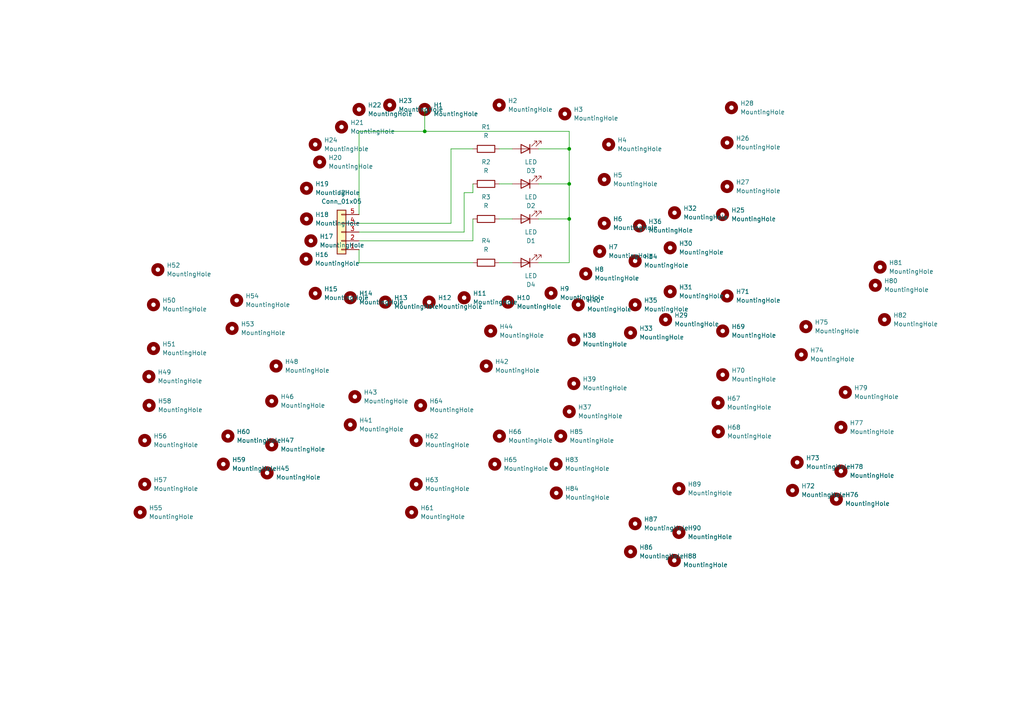
<source format=kicad_sch>
(kicad_sch (version 20230121) (generator eeschema)
  (paper "A4")
  (lib_symbols
    (symbol "Connector_Generic:Conn_01x05" (pin_names (offset 1.016) hide)
      (property "Reference" "J" (at 0 7.62 0))
      (property "Value" "Conn_01x05" (at 0 -7.62 0))
      (symbol "Conn_01x05_1_1"
        (rectangle (start -1.27 -4.953) (end 0 -5.207) (stroke (width 0.1524)))
        (rectangle (start -1.27 -2.413) (end 0 -2.667) (stroke (width 0.1524)))
        (rectangle (start -1.27 0.127) (end 0 -0.127) (stroke (width 0.1524)))
        (rectangle (start -1.27 2.667) (end 0 2.413) (stroke (width 0.1524)))
        (rectangle (start -1.27 5.207) (end 0 4.953) (stroke (width 0.1524)))
        (rectangle (start -1.27 6.35) (end 1.27 -6.35) (stroke (width 0.254)) (fill (type background)))
        (pin passive line (at -5.08 5.08 0) (length 3.81) (name "Pin_1") (number "1"))
        (pin passive line (at -5.08 2.54 0) (length 3.81) (name "Pin_2") (number "2"))
        (pin passive line (at -5.08 0 0) (length 3.81) (name "Pin_3") (number "3"))
        (pin passive line (at -5.08 -2.54 0) (length 3.81) (name "Pin_4") (number "4"))
        (pin passive line (at -5.08 -5.08 0) (length 3.81) (name "Pin_5") (number "5"))
      )
    )
    (symbol "Device:LED" (pin_numbers hide) (pin_names (offset 1.016) hide)
      (property "Reference" "D" (at 0 2.54 0))
      (property "Value" "LED" (at 0 -2.54 0))
      (symbol "LED_0_1"
        (polyline (pts (xy -1.27 -1.27) (xy -1.27 1.27)) (stroke (width 0.254)))
        (polyline (pts (xy -1.27 0) (xy 1.27 0)))
        (polyline (pts (xy 1.27 -1.27) (xy 1.27 1.27) (xy -1.27 0) (xy 1.27 -1.27)) (stroke (width 0.254)))
        (polyline (pts (xy -3.048 -0.762) (xy -4.572 -2.286) (xy -3.81 -2.286) (xy -4.572 -2.286) (xy -4.572 -1.524)))
        (polyline (pts (xy -1.778 -0.762) (xy -3.302 -2.286) (xy -2.54 -2.286) (xy -3.302 -2.286) (xy -3.302 -1.524)))
      )
      (symbol "LED_1_1"
        (pin passive line (at -3.81 0 0) (length 2.54) (name "K") (number "1"))
        (pin passive line (at 3.81 0 180) (length 2.54) (name "A") (number "2"))
      )
    )
    (symbol "Device:R" (pin_numbers hide) (pin_names (offset 0))
      (property "Reference" "R" (at 2.032 0 90))
      (property "Value" "R" (at 0 0 90))
      (symbol "R_0_1"
        (rectangle (start -1.016 -2.54) (end 1.016 2.54) (stroke (width 0.254)))
      )
      (symbol "R_1_1"
        (pin passive line (at 0 3.81 270) (length 1.27) (name "~") (number "1"))
        (pin passive line (at 0 -3.81 90) (length 1.27) (name "~") (number "2"))
      )
    )
    (symbol "Mechanical:MountingHole" (pin_names (offset 1.016))
      (property "Reference" "H" (at 0 5.08 0))
      (property "Value" "MountingHole" (at 0 3.175 0))
      (symbol "MountingHole_0_1"
        (circle (center 0 0) (radius 1.27) (stroke (width 1.27)))
      )
    )
  )
  (junction (at 123.19 38.1))
  (junction (at 165.1 43.18))
  (junction (at 165.1 53.34))
  (junction (at 165.1 63.5))
  (wire (pts (xy 144.78 43.18) (xy 148.59 43.18)))
  (wire (pts (xy 156.21 53.34) (xy 165.1 53.34)))
  (wire (pts (xy 144.78 53.34) (xy 148.59 53.34)))
  (wire (pts (xy 137.16 76.2) (xy 104.14 76.2)))
  (wire (pts (xy 137.16 55.88) (xy 134.62 55.88)))
  (wire (pts (xy 104.14 38.1) (xy 104.14 62.23)))
  (wire (pts (xy 104.14 69.85) (xy 137.16 69.85)))
  (wire (pts (xy 165.1 53.34) (xy 165.1 63.5)))
  (wire (pts (xy 137.16 43.18) (xy 130.81 43.18)))
  (wire (pts (xy 130.81 43.18) (xy 130.81 64.77)))
  (wire (pts (xy 165.1 43.18) (xy 165.1 53.34)))
  (wire (pts (xy 134.62 55.88) (xy 134.62 67.31)))
  (wire (pts (xy 104.14 38.1) (xy 123.19 38.1)))
  (wire (pts (xy 104.14 64.77) (xy 130.81 64.77)))
  (wire (pts (xy 165.1 76.2) (xy 165.1 63.5)))
  (wire (pts (xy 144.78 63.5) (xy 148.59 63.5)))
  (wire (pts (xy 156.21 43.18) (xy 165.1 43.18)))
  (wire (pts (xy 123.19 38.1) (xy 165.1 38.1)))
  (wire (pts (xy 123.19 31.75) (xy 123.19 38.1)))
  (wire (pts (xy 165.1 38.1) (xy 165.1 43.18)))
  (wire (pts (xy 104.14 76.2) (xy 104.14 72.39)))
  (wire (pts (xy 137.16 69.85) (xy 137.16 63.5)))
  (wire (pts (xy 137.16 55.88) (xy 137.16 53.34)))
  (wire (pts (xy 144.78 76.2) (xy 148.59 76.2)))
  (wire (pts (xy 156.21 76.2) (xy 165.1 76.2)))
  (wire (pts (xy 165.1 63.5) (xy 156.21 63.5)))
  (wire (pts (xy 104.14 67.31) (xy 134.62 67.31)))
  (symbol (lib_id "Mechanical:MountingHole") (at 210.8855 85.8442 0) (unit 1)
    (property "Reference" "H71" (at 213.4255 84.5742 0) (effects (justify left)))
    (property "Value" "MountingHole" (at 213.4255 87.1142 0) (effects (justify left)))
    (property "Footprint" "MountingHole:MountingHole_2.2mm_M2" (effects hide))
  )
  (symbol (lib_id "Mechanical:MountingHole") (at 166.4355 111.2442 0) (unit 1)
    (property "Reference" "H39" (at 168.9755 109.9742 0) (effects (justify left)))
    (property "Value" "MountingHole" (at 168.9755 112.5142 0) (effects (justify left)))
    (property "Footprint" "MountingHole:MountingHole_2.2mm_M2" (effects hide))
  )
  (symbol (lib_id "Mechanical:MountingHole") (at 256.54 92.71 0) (unit 1)
    (property "Reference" "H82" (at 259.08 91.44 0) (effects (justify left)))
    (property "Value" "MountingHole" (at 259.08 93.98 0) (effects (justify left)))
    (property "Footprint" "MountingHole:MountingHole_2.2mm_M2" (effects hide))
  )
  (symbol (lib_id "Mechanical:MountingHole") (at 142.3055 96.0042 0) (unit 1)
    (property "Reference" "H44" (at 144.8455 94.7342 0) (effects (justify left)))
    (property "Value" "MountingHole" (at 144.8455 97.2742 0) (effects (justify left)))
    (property "Footprint" "MountingHole:MountingHole_2.2mm_M2" (effects hide))
  )
  (symbol (lib_id "Mechanical:MountingHole") (at 111.76 87.63 0) (unit 1)
    (property "Reference" "H13" (at 114.3 86.36 0) (effects (justify left)))
    (property "Value" "MountingHole" (at 114.3 88.9 0) (effects (justify left)))
    (property "Footprint" "MountingHole:MountingHole_2.2mm_M2" (effects hide))
  )
  (symbol (lib_id "Mechanical:MountingHole") (at 233.7455 94.7342 0) (unit 1)
    (property "Reference" "H75" (at 236.2855 93.4642 0) (effects (justify left)))
    (property "Value" "MountingHole" (at 236.2855 96.0042 0) (effects (justify left)))
    (property "Footprint" "MountingHole:MountingHole_2.2mm_M2" (effects hide))
  )
  (symbol (lib_id "Mechanical:MountingHole") (at 194.3755 71.8742 0) (unit 1)
    (property "Reference" "H30" (at 196.9155 70.6042 0) (effects (justify left)))
    (property "Value" "MountingHole" (at 196.9155 73.1442 0) (effects (justify left)))
    (property "Footprint" "MountingHole:MountingHole_2.2mm_M2" (effects hide))
  )
  (symbol (lib_id "Mechanical:MountingHole") (at 124.46 87.63 0) (unit 1)
    (property "Reference" "H12" (at 127 86.36 0) (effects (justify left)))
    (property "Value" "MountingHole" (at 127 88.9 0) (effects (justify left)))
    (property "Footprint" "MountingHole:MountingHole_2.2mm_M2" (effects hide))
  )
  (symbol (lib_id "Mechanical:MountingHole") (at 120.7155 140.4542 0) (unit 1)
    (property "Reference" "H63" (at 123.2555 139.1842 0) (effects (justify left)))
    (property "Value" "MountingHole" (at 123.2555 141.7242 0) (effects (justify left)))
    (property "Footprint" "MountingHole:MountingHole_2.2mm_M2" (effects hide))
  )
  (symbol (lib_id "Mechanical:MountingHole") (at 101.6 86.36 0) (unit 1)
    (property "Reference" "H14" (at 104.14 85.09 0) (effects (justify left)))
    (property "Value" "MountingHole" (at 104.14 87.63 0) (effects (justify left)))
    (property "Footprint" "MountingHole:MountingHole_2.2mm_M2" (effects hide))
  )
  (symbol (lib_id "Mechanical:MountingHole") (at 210.8855 41.3942 0) (unit 1)
    (property "Reference" "H26" (at 213.4255 40.1242 0) (effects (justify left)))
    (property "Value" "MountingHole" (at 213.4255 42.6642 0) (effects (justify left)))
    (property "Footprint" "MountingHole:MountingHole_2.2mm_M2" (effects hide))
  )
  (symbol (lib_id "Mechanical:MountingHole") (at 184.2155 88.3842 0) (unit 1)
    (property "Reference" "H35" (at 186.7555 87.1142 0) (effects (justify left)))
    (property "Value" "MountingHole" (at 186.7555 89.6542 0) (effects (justify left)))
    (property "Footprint" "MountingHole:MountingHole_2.2mm_M2" (effects hide))
  )
  (symbol (lib_id "Mechanical:MountingHole") (at 169.8852 79.4004 0) (unit 1)
    (property "Reference" "H8" (at 172.4252 78.1304 0) (effects (justify left)))
    (property "Value" "MountingHole" (at 172.4252 80.6704 0) (effects (justify left)))
    (property "Footprint" "MountingHole:MountingHole_2.2mm_M2" (effects hide))
  )
  (symbol (lib_id "Mechanical:MountingHole") (at 92.71 46.99 0) (unit 1)
    (property "Reference" "H20" (at 95.25 45.72 0) (effects (justify left)))
    (property "Value" "MountingHole" (at 95.25 48.26 0) (effects (justify left)))
    (property "Footprint" "MountingHole:MountingHole_2.2mm_M2" (effects hide))
  )
  (symbol (lib_id "Mechanical:MountingHole") (at 123.19 31.75 0) (unit 1)
    (property "Reference" "H1" (at 125.73 30.48 0) (effects (justify left)))
    (property "Value" "MountingHole" (at 125.73 33.02 0) (effects (justify left)))
    (property "Footprint" "MountingHole:MountingHole_2.2mm_M2" (effects hide))
  )
  (symbol (lib_id "Mechanical:MountingHole") (at 182.88 160.02 0) (unit 1)
    (property "Reference" "H86" (at 185.42 158.75 0) (effects (justify left)))
    (property "Value" "MountingHole" (at 185.42 161.29 0) (effects (justify left)))
    (property "Footprint" "MountingHole:MountingHole_2.2mm_M2" (effects hide))
  )
  (symbol (lib_id "Mechanical:MountingHole") (at 102.9355 115.0542 0) (unit 1)
    (property "Reference" "H43" (at 105.4755 113.7842 0) (effects (justify left)))
    (property "Value" "MountingHole" (at 105.4755 116.3242 0) (effects (justify left)))
    (property "Footprint" "MountingHole:MountingHole_2.2mm_M2" (effects hide))
  )
  (symbol (lib_id "Mechanical:MountingHole") (at 64.77 134.62 0) (unit 1)
    (property "Reference" "H59" (at 67.31 133.35 0) (effects (justify left)))
    (property "Value" "MountingHole" (at 67.31 135.89 0) (effects (justify left)))
    (property "Footprint" "MountingHole:MountingHole_2.2mm_M2" (effects hide))
  )
  (symbol (lib_id "Mechanical:MountingHole") (at 194.3755 84.5742 0) (unit 1)
    (property "Reference" "H31" (at 196.9155 83.3042 0) (effects (justify left)))
    (property "Value" "MountingHole" (at 196.9155 85.8442 0) (effects (justify left)))
    (property "Footprint" "MountingHole:MountingHole_2.2mm_M2" (effects hide))
  )
  (symbol (lib_id "Mechanical:MountingHole") (at 41.9755 140.4542 0) (unit 1)
    (property "Reference" "H57" (at 44.5155 139.1842 0) (effects (justify left)))
    (property "Value" "MountingHole" (at 44.5155 141.7242 0) (effects (justify left)))
    (property "Footprint" "MountingHole:MountingHole_2.2mm_M2" (effects hide))
  )
  (symbol (lib_id "Mechanical:MountingHole") (at 175.26 52.07 0) (unit 1)
    (property "Reference" "H5" (at 177.8 50.8 0) (effects (justify left)))
    (property "Value" "MountingHole" (at 177.8 53.34 0) (effects (justify left)))
    (property "Footprint" "MountingHole:MountingHole_2.2mm_M2" (effects hide))
  )
  (symbol (lib_id "Mechanical:MountingHole") (at 40.64 148.59 0) (unit 1)
    (property "Reference" "H55" (at 43.18 147.32 0) (effects (justify left)))
    (property "Value" "MountingHole" (at 43.18 149.86 0) (effects (justify left)))
    (property "Footprint" "MountingHole:MountingHole_2.2mm_M2" (effects hide))
  )
  (symbol (lib_id "Mechanical:MountingHole") (at 121.9855 117.5942 0) (unit 1)
    (property "Reference" "H64" (at 124.5255 116.3242 0) (effects (justify left)))
    (property "Value" "MountingHole" (at 124.5255 118.8642 0) (effects (justify left)))
    (property "Footprint" "MountingHole:MountingHole_2.2mm_M2" (effects hide))
  )
  (symbol (lib_id "Mechanical:MountingHole") (at 184.2155 75.6842 0) (unit 1)
    (property "Reference" "H34" (at 186.7555 74.4142 0) (effects (justify left)))
    (property "Value" "MountingHole" (at 186.7555 76.9542 0) (effects (justify left)))
    (property "Footprint" "MountingHole:MountingHole_2.2mm_M2" (effects hide))
  )
  (symbol (lib_id "Device:LED") (at 152.4 53.34 180) (unit 1)
    (property "Reference" "D2" (at 153.9875 59.69 0))
    (property "Value" "LED" (at 153.9875 57.15 0))
    (property "Footprint" "LED_THT:LED_D3.0mm" (effects hide))
  )
  (symbol (lib_id "Mechanical:MountingHole") (at 101.6 123.19 0) (unit 1)
    (property "Reference" "H41" (at 104.14 121.92 0) (effects (justify left)))
    (property "Value" "MountingHole" (at 104.14 124.46 0) (effects (justify left)))
    (property "Footprint" "MountingHole:MountingHole_2.2mm_M2" (effects hide))
  )
  (symbol (lib_id "Device:LED") (at 152.4 76.2 180) (unit 1)
    (property "Reference" "D4" (at 153.9875 82.55 0))
    (property "Value" "LED" (at 153.9875 80.01 0))
    (property "Footprint" "LED_THT:LED_D3.0mm" (effects hide))
  )
  (symbol (lib_id "Mechanical:MountingHole") (at 141.0355 106.1642 0) (unit 1)
    (property "Reference" "H42" (at 143.5755 104.8942 0) (effects (justify left)))
    (property "Value" "MountingHole" (at 143.5755 107.4342 0) (effects (justify left)))
    (property "Footprint" "MountingHole:MountingHole_2.2mm_M2" (effects hide))
  )
  (symbol (lib_id "Device:R") (at 140.97 76.2 90) (unit 1)
    (property "Reference" "R4" (at 140.97 69.85 90))
    (property "Value" "R" (at 140.97 72.39 90))
    (property "Footprint" "Resistor_THT:R_Axial_DIN0411_L9.9mm_D3.6mm_P12.70mm_Horizontal" (effects hide))
  )
  (symbol (lib_id "Mechanical:MountingHole") (at 210.8855 54.0942 0) (unit 1)
    (property "Reference" "H27" (at 213.4255 52.8242 0) (effects (justify left)))
    (property "Value" "MountingHole" (at 213.4255 55.3642 0) (effects (justify left)))
    (property "Footprint" "MountingHole:MountingHole_2.2mm_M2" (effects hide))
  )
  (symbol (lib_id "Mechanical:MountingHole") (at 242.57 144.78 0) (unit 1)
    (property "Reference" "H76" (at 245.11 143.51 0) (effects (justify left)))
    (property "Value" "MountingHole" (at 245.11 146.05 0) (effects (justify left)))
    (property "Footprint" "MountingHole:MountingHole_2.2mm_M2" (effects hide))
  )
  (symbol (lib_id "Mechanical:MountingHole") (at 43.18 109.22 0) (unit 1)
    (property "Reference" "H49" (at 45.72 107.95 0) (effects (justify left)))
    (property "Value" "MountingHole" (at 45.72 110.49 0) (effects (justify left)))
    (property "Footprint" "MountingHole:MountingHole_2.2mm_M2" (effects hide))
  )
  (symbol (lib_id "Mechanical:MountingHole") (at 209.6155 96.0042 0) (unit 1)
    (property "Reference" "H69" (at 212.1555 94.7342 0) (effects (justify left)))
    (property "Value" "MountingHole" (at 212.1555 97.2742 0) (effects (justify left)))
    (property "Footprint" "MountingHole:MountingHole_2.2mm_M2" (effects hide))
  )
  (symbol (lib_id "Mechanical:MountingHole") (at 144.8455 126.4842 0) (unit 1)
    (property "Reference" "H66" (at 147.3855 125.2142 0) (effects (justify left)))
    (property "Value" "MountingHole" (at 147.3855 127.7542 0) (effects (justify left)))
    (property "Footprint" "MountingHole:MountingHole_2.2mm_M2" (effects hide))
  )
  (symbol (lib_id "Mechanical:MountingHole") (at 173.9245 72.9058 0) (unit 1)
    (property "Reference" "H7" (at 176.4645 71.6358 0) (effects (justify left)))
    (property "Value" "MountingHole" (at 176.4645 74.1758 0) (effects (justify left)))
    (property "Footprint" "MountingHole:MountingHole_2.2mm_M2" (effects hide))
  )
  (symbol (lib_id "Mechanical:MountingHole") (at 163.83 33.02 0) (unit 1)
    (property "Reference" "H3" (at 166.37 31.75 0) (effects (justify left)))
    (property "Value" "MountingHole" (at 166.37 34.29 0) (effects (justify left)))
    (property "Footprint" "MountingHole:MountingHole_2.2mm_M2" (effects hide))
  )
  (symbol (lib_id "Mechanical:MountingHole") (at 78.8055 116.3242 0) (unit 1)
    (property "Reference" "H46" (at 81.3455 115.0542 0) (effects (justify left)))
    (property "Value" "MountingHole" (at 81.3455 117.5942 0) (effects (justify left)))
    (property "Footprint" "MountingHole:MountingHole_2.2mm_M2" (effects hide))
  )
  (symbol (lib_id "Mechanical:MountingHole") (at 232.41 102.87 0) (unit 1)
    (property "Reference" "H74" (at 234.95 101.6 0) (effects (justify left)))
    (property "Value" "MountingHole" (at 234.95 104.14 0) (effects (justify left)))
    (property "Footprint" "MountingHole:MountingHole_2.2mm_M2" (effects hide))
  )
  (symbol (lib_id "Mechanical:MountingHole") (at 143.51 134.62 0) (unit 1)
    (property "Reference" "H65" (at 146.05 133.35 0) (effects (justify left)))
    (property "Value" "MountingHole" (at 146.05 135.89 0) (effects (justify left)))
    (property "Footprint" "MountingHole:MountingHole_2.2mm_M2" (effects hide))
  )
  (symbol (lib_id "Mechanical:MountingHole") (at 41.9755 127.7542 0) (unit 1)
    (property "Reference" "H56" (at 44.5155 126.4842 0) (effects (justify left)))
    (property "Value" "MountingHole" (at 44.5155 129.0242 0) (effects (justify left)))
    (property "Footprint" "MountingHole:MountingHole_2.2mm_M2" (effects hide))
  )
  (symbol (lib_id "Mechanical:MountingHole") (at 255.27 77.47 0) (unit 1)
    (property "Reference" "H81" (at 257.81 76.2 0) (effects (justify left)))
    (property "Value" "MountingHole" (at 257.81 78.74 0) (effects (justify left)))
    (property "Footprint" "MountingHole:MountingHole_2.2mm_M2" (effects hide))
  )
  (symbol (lib_id "Device:R") (at 140.97 43.18 90) (unit 1)
    (property "Reference" "R1" (at 140.97 36.83 90))
    (property "Value" "R" (at 140.97 39.37 90))
    (property "Footprint" "Resistor_THT:R_Axial_DIN0411_L9.9mm_D3.6mm_P12.70mm_Horizontal" (effects hide))
  )
  (symbol (lib_id "Mechanical:MountingHole") (at 212.1555 31.2342 0) (unit 1)
    (property "Reference" "H28" (at 214.6955 29.9642 0) (effects (justify left)))
    (property "Value" "MountingHole" (at 214.6955 32.5042 0) (effects (justify left)))
    (property "Footprint" "MountingHole:MountingHole_2.2mm_M2" (effects hide))
  )
  (symbol (lib_id "Mechanical:MountingHole") (at 243.9055 136.6442 0) (unit 1)
    (property "Reference" "H78" (at 246.4455 135.3742 0) (effects (justify left)))
    (property "Value" "MountingHole" (at 246.4455 137.9142 0) (effects (justify left)))
    (property "Footprint" "MountingHole:MountingHole_2.2mm_M2" (effects hide))
  )
  (symbol (lib_id "Mechanical:MountingHole") (at 229.87 142.24 0) (unit 1)
    (property "Reference" "H72" (at 232.41 140.97 0) (effects (justify left)))
    (property "Value" "MountingHole" (at 232.41 143.51 0) (effects (justify left)))
    (property "Footprint" "MountingHole:MountingHole_2.2mm_M2" (effects hide))
  )
  (symbol (lib_id "Mechanical:MountingHole") (at 66.1055 126.4842 0) (unit 1)
    (property "Reference" "H60" (at 68.6455 125.2142 0) (effects (justify left)))
    (property "Value" "MountingHole" (at 68.6455 127.7542 0) (effects (justify left)))
    (property "Footprint" "MountingHole:MountingHole_2.2mm_M2" (effects hide))
  )
  (symbol (lib_id "Mechanical:MountingHole") (at 104.14 31.75 0) (unit 1)
    (property "Reference" "H22" (at 106.68 30.48 0) (effects (justify left)))
    (property "Value" "MountingHole" (at 106.68 33.02 0) (effects (justify left)))
    (property "Footprint" "MountingHole:MountingHole_2.2mm_M2" (effects hide))
  )
  (symbol (lib_id "Mechanical:MountingHole") (at 159.8265 85.0238 0) (unit 1)
    (property "Reference" "H9" (at 162.3665 83.7538 0) (effects (justify left)))
    (property "Value" "MountingHole" (at 162.3665 86.2938 0) (effects (justify left)))
    (property "Footprint" "MountingHole:MountingHole_2.2mm_M2" (effects hide))
  )
  (symbol (lib_id "Connector_Generic:Conn_01x05") (at 99.06 67.31 180) (unit 1)
    (property "Reference" "J2" (at 99.06 55.88 0))
    (property "Value" "Conn_01x05" (at 99.06 58.42 0))
    (property "Footprint" "Connector_PinHeader_1.00mm:PinHeader_1x05_P1.00mm_Horizontal" (effects hide))
  )
  (symbol (lib_id "Mechanical:MountingHole") (at 167.7055 88.3842 0) (unit 1)
    (property "Reference" "H40" (at 170.2455 87.1142 0) (effects (justify left)))
    (property "Value" "MountingHole" (at 170.2455 89.6542 0) (effects (justify left)))
    (property "Footprint" "MountingHole:MountingHole_2.2mm_M2" (effects hide))
  )
  (symbol (lib_id "Mechanical:MountingHole") (at 193.04 92.71 0) (unit 1)
    (property "Reference" "H29" (at 195.58 91.44 0) (effects (justify left)))
    (property "Value" "MountingHole" (at 195.58 93.98 0) (effects (justify left)))
    (property "Footprint" "MountingHole:MountingHole_2.2mm_M2" (effects hide))
  )
  (symbol (lib_id "Mechanical:MountingHole") (at 165.1 119.38 0) (unit 1)
    (property "Reference" "H37" (at 167.64 118.11 0) (effects (justify left)))
    (property "Value" "MountingHole" (at 167.64 120.65 0) (effects (justify left)))
    (property "Footprint" "MountingHole:MountingHole_2.2mm_M2" (effects hide))
  )
  (symbol (lib_id "Mechanical:MountingHole") (at 78.8055 129.0242 0) (unit 1)
    (property "Reference" "H47" (at 81.3455 127.7542 0) (effects (justify left)))
    (property "Value" "MountingHole" (at 81.3455 130.2942 0) (effects (justify left)))
    (property "Footprint" "MountingHole:MountingHole_2.2mm_M2" (effects hide))
  )
  (symbol (lib_id "Mechanical:MountingHole") (at 80.0755 106.1642 0) (unit 1)
    (property "Reference" "H48" (at 82.6155 104.8942 0) (effects (justify left)))
    (property "Value" "MountingHole" (at 82.6155 107.4342 0) (effects (justify left)))
    (property "Footprint" "MountingHole:MountingHole_2.2mm_M2" (effects hide))
  )
  (symbol (lib_id "Mechanical:MountingHole") (at 88.9 63.5 0) (unit 1)
    (property "Reference" "H18" (at 91.44 62.23 0) (effects (justify left)))
    (property "Value" "MountingHole" (at 91.44 64.77 0) (effects (justify left)))
    (property "Footprint" "MountingHole:MountingHole_2.2mm_M2" (effects hide))
  )
  (symbol (lib_id "Mechanical:MountingHole") (at 166.4355 98.5442 0) (unit 1)
    (property "Reference" "H38" (at 168.9755 97.2742 0) (effects (justify left)))
    (property "Value" "MountingHole" (at 168.9755 99.8142 0) (effects (justify left)))
    (property "Footprint" "MountingHole:MountingHole_2.2mm_M2" (effects hide))
  )
  (symbol (lib_id "Mechanical:MountingHole") (at 196.9155 141.7242 0) (unit 1)
    (property "Reference" "H89" (at 199.4555 140.4542 0) (effects (justify left)))
    (property "Value" "MountingHole" (at 199.4555 142.9942 0) (effects (justify left)))
    (property "Footprint" "MountingHole:MountingHole_2.2mm_M2" (effects hide))
  )
  (symbol (lib_id "Mechanical:MountingHole") (at 196.9155 154.4242 0) (unit 1)
    (property "Reference" "H90" (at 199.4555 153.1542 0) (effects (justify left)))
    (property "Value" "MountingHole" (at 199.4555 155.6942 0) (effects (justify left)))
    (property "Footprint" "MountingHole:MountingHole_2.2mm_M2" (effects hide))
  )
  (symbol (lib_id "Mechanical:MountingHole") (at 147.32 87.63 0) (unit 1)
    (property "Reference" "H10" (at 149.86 86.36 0) (effects (justify left)))
    (property "Value" "MountingHole" (at 149.86 88.9 0) (effects (justify left)))
    (property "Footprint" "MountingHole:MountingHole_2.2mm_M2" (effects hide))
  )
  (symbol (lib_id "Mechanical:MountingHole") (at 113.03 30.48 0) (unit 1)
    (property "Reference" "H23" (at 115.57 29.21 0) (effects (justify left)))
    (property "Value" "MountingHole" (at 115.57 31.75 0) (effects (justify left)))
    (property "Footprint" "MountingHole:MountingHole_2.2mm_M2" (effects hide))
  )
  (symbol (lib_id "Mechanical:MountingHole") (at 68.6455 87.1142 0) (unit 1)
    (property "Reference" "H54" (at 71.1855 85.8442 0) (effects (justify left)))
    (property "Value" "MountingHole" (at 71.1855 88.3842 0) (effects (justify left)))
    (property "Footprint" "MountingHole:MountingHole_2.2mm_M2" (effects hide))
  )
  (symbol (lib_id "Mechanical:MountingHole") (at 144.78 30.48 0) (unit 1)
    (property "Reference" "H2" (at 147.32 29.21 0) (effects (justify left)))
    (property "Value" "MountingHole" (at 147.32 31.75 0) (effects (justify left)))
    (property "Footprint" "MountingHole:MountingHole_2.2mm_M2" (effects hide))
  )
  (symbol (lib_id "Mechanical:MountingHole") (at 91.44 85.09 0) (unit 1)
    (property "Reference" "H15" (at 93.98 83.82 0) (effects (justify left)))
    (property "Value" "MountingHole" (at 93.98 86.36 0) (effects (justify left)))
    (property "Footprint" "MountingHole:MountingHole_2.2mm_M2" (effects hide))
  )
  (symbol (lib_id "Mechanical:MountingHole") (at 90.17 69.85 0) (unit 1)
    (property "Reference" "H17" (at 92.71 68.58 0) (effects (justify left)))
    (property "Value" "MountingHole" (at 92.71 71.12 0) (effects (justify left)))
    (property "Footprint" "MountingHole:MountingHole_2.2mm_M2" (effects hide))
  )
  (symbol (lib_id "Mechanical:MountingHole") (at 208.3455 125.2142 0) (unit 1)
    (property "Reference" "H68" (at 210.8855 123.9442 0) (effects (justify left)))
    (property "Value" "MountingHole" (at 210.8855 126.4842 0) (effects (justify left)))
    (property "Footprint" "MountingHole:MountingHole_2.2mm_M2" (effects hide))
  )
  (symbol (lib_id "Mechanical:MountingHole") (at 195.58 162.56 0) (unit 1)
    (property "Reference" "H88" (at 198.12 161.29 0) (effects (justify left)))
    (property "Value" "MountingHole" (at 198.12 163.83 0) (effects (justify left)))
    (property "Footprint" "MountingHole:MountingHole_2.2mm_M2" (effects hide))
  )
  (symbol (lib_id "Mechanical:MountingHole") (at 120.7155 127.7542 0) (unit 1)
    (property "Reference" "H62" (at 123.2555 126.4842 0) (effects (justify left)))
    (property "Value" "MountingHole" (at 123.2555 129.0242 0) (effects (justify left)))
    (property "Footprint" "MountingHole:MountingHole_2.2mm_M2" (effects hide))
  )
  (symbol (lib_id "Mechanical:MountingHole") (at 91.44 41.91 0) (unit 1)
    (property "Reference" "H24" (at 93.98 40.64 0) (effects (justify left)))
    (property "Value" "MountingHole" (at 93.98 43.18 0) (effects (justify left)))
    (property "Footprint" "MountingHole:MountingHole_2.2mm_M2" (effects hide))
  )
  (symbol (lib_id "Device:R") (at 140.97 63.5 90) (unit 1)
    (property "Reference" "R3" (at 140.97 57.15 90))
    (property "Value" "R" (at 140.97 59.69 90))
    (property "Footprint" "Resistor_THT:R_Axial_DIN0411_L9.9mm_D3.6mm_P12.70mm_Horizontal" (effects hide))
  )
  (symbol (lib_id "Mechanical:MountingHole") (at 119.38 148.59 0) (unit 1)
    (property "Reference" "H61" (at 121.92 147.32 0) (effects (justify left)))
    (property "Value" "MountingHole" (at 121.92 149.86 0) (effects (justify left)))
    (property "Footprint" "MountingHole:MountingHole_2.2mm_M2" (effects hide))
  )
  (symbol (lib_id "Mechanical:MountingHole") (at 67.31 95.25 0) (unit 1)
    (property "Reference" "H53" (at 69.85 93.98 0) (effects (justify left)))
    (property "Value" "MountingHole" (at 69.85 96.52 0) (effects (justify left)))
    (property "Footprint" "MountingHole:MountingHole_2.2mm_M2" (effects hide))
  )
  (symbol (lib_id "Mechanical:MountingHole") (at 209.55 62.23 0) (unit 1)
    (property "Reference" "H25" (at 212.09 60.96 0) (effects (justify left)))
    (property "Value" "MountingHole" (at 212.09 63.5 0) (effects (justify left)))
    (property "Footprint" "MountingHole:MountingHole_2.2mm_M2" (effects hide))
  )
  (symbol (lib_id "Mechanical:MountingHole") (at 44.5155 88.3842 0) (unit 1)
    (property "Reference" "H50" (at 47.0555 87.1142 0) (effects (justify left)))
    (property "Value" "MountingHole" (at 47.0555 89.6542 0) (effects (justify left)))
    (property "Footprint" "MountingHole:MountingHole_2.2mm_M2" (effects hide))
  )
  (symbol (lib_id "Mechanical:MountingHole") (at 88.7817 75.1234 0) (unit 1)
    (property "Reference" "H16" (at 91.3217 73.8534 0) (effects (justify left)))
    (property "Value" "MountingHole" (at 91.3217 76.3934 0) (effects (justify left)))
    (property "Footprint" "MountingHole:MountingHole_2.2mm_M2" (effects hide))
  )
  (symbol (lib_id "Mechanical:MountingHole") (at 44.5155 101.0842 0) (unit 1)
    (property "Reference" "H51" (at 47.0555 99.8142 0) (effects (justify left)))
    (property "Value" "MountingHole" (at 47.0555 102.3542 0) (effects (justify left)))
    (property "Footprint" "MountingHole:MountingHole_2.2mm_M2" (effects hide))
  )
  (symbol (lib_id "Mechanical:MountingHole") (at 161.3555 142.9942 0) (unit 1)
    (property "Reference" "H84" (at 163.8955 141.7242 0) (effects (justify left)))
    (property "Value" "MountingHole" (at 163.8955 144.2642 0) (effects (justify left)))
    (property "Footprint" "MountingHole:MountingHole_2.2mm_M2" (effects hide))
  )
  (symbol (lib_id "Mechanical:MountingHole") (at 162.6255 126.4842 0) (unit 1)
    (property "Reference" "H85" (at 165.1655 125.2142 0) (effects (justify left)))
    (property "Value" "MountingHole" (at 165.1655 127.7542 0) (effects (justify left)))
    (property "Footprint" "MountingHole:MountingHole_2.2mm_M2" (effects hide))
  )
  (symbol (lib_id "Mechanical:MountingHole") (at 184.2155 151.8842 0) (unit 1)
    (property "Reference" "H87" (at 186.7555 150.6142 0) (effects (justify left)))
    (property "Value" "MountingHole" (at 186.7555 153.1542 0) (effects (justify left)))
    (property "Footprint" "MountingHole:MountingHole_2.2mm_M2" (effects hide))
  )
  (symbol (lib_id "Mechanical:MountingHole") (at 175.26 64.77 0) (unit 1)
    (property "Reference" "H6" (at 177.8 63.5 0) (effects (justify left)))
    (property "Value" "MountingHole" (at 177.8 66.04 0) (effects (justify left)))
    (property "Footprint" "MountingHole:MountingHole_2.2mm_M2" (effects hide))
  )
  (symbol (lib_id "Mechanical:MountingHole") (at 182.88 96.52 0) (unit 1)
    (property "Reference" "H33" (at 185.42 95.25 0) (effects (justify left)))
    (property "Value" "MountingHole" (at 185.42 97.79 0) (effects (justify left)))
    (property "Footprint" "MountingHole:MountingHole_2.2mm_M2" (effects hide))
  )
  (symbol (lib_id "Mechanical:MountingHole") (at 88.9 54.61 0) (unit 1)
    (property "Reference" "H19" (at 91.44 53.34 0) (effects (justify left)))
    (property "Value" "MountingHole" (at 91.44 55.88 0) (effects (justify left)))
    (property "Footprint" "MountingHole:MountingHole_2.2mm_M2" (effects hide))
  )
  (symbol (lib_id "Mechanical:MountingHole") (at 43.2455 117.5942 0) (unit 1)
    (property "Reference" "H58" (at 45.7855 116.3242 0) (effects (justify left)))
    (property "Value" "MountingHole" (at 45.7855 118.8642 0) (effects (justify left)))
    (property "Footprint" "MountingHole:MountingHole_2.2mm_M2" (effects hide))
  )
  (symbol (lib_id "Mechanical:MountingHole") (at 231.2055 134.1042 0) (unit 1)
    (property "Reference" "H73" (at 233.7455 132.8342 0) (effects (justify left)))
    (property "Value" "MountingHole" (at 233.7455 135.3742 0) (effects (justify left)))
    (property "Footprint" "MountingHole:MountingHole_2.2mm_M2" (effects hide))
  )
  (symbol (lib_id "Mechanical:MountingHole") (at 99.06 36.83 0) (unit 1)
    (property "Reference" "H21" (at 101.6 35.56 0) (effects (justify left)))
    (property "Value" "MountingHole" (at 101.6 38.1 0) (effects (justify left)))
    (property "Footprint" "MountingHole:MountingHole_2.2mm_M2" (effects hide))
  )
  (symbol (lib_id "Mechanical:MountingHole") (at 208.28 116.84 0) (unit 1)
    (property "Reference" "H67" (at 210.82 115.57 0) (effects (justify left)))
    (property "Value" "MountingHole" (at 210.82 118.11 0) (effects (justify left)))
    (property "Footprint" "MountingHole:MountingHole_2.2mm_M2" (effects hide))
  )
  (symbol (lib_id "Mechanical:MountingHole") (at 195.6455 61.7142 0) (unit 1)
    (property "Reference" "H32" (at 198.1855 60.4442 0) (effects (justify left)))
    (property "Value" "MountingHole" (at 198.1855 62.9842 0) (effects (justify left)))
    (property "Footprint" "MountingHole:MountingHole_2.2mm_M2" (effects hide))
  )
  (symbol (lib_id "Device:LED") (at 152.4 43.18 180) (unit 1)
    (property "Reference" "D3" (at 153.9875 49.53 0))
    (property "Value" "LED" (at 153.9875 46.99 0))
    (property "Footprint" "LED_THT:LED_D3.0mm" (effects hide))
  )
  (symbol (lib_id "Device:LED") (at 152.4 63.5 180) (unit 1)
    (property "Reference" "D1" (at 153.9875 69.85 0))
    (property "Value" "LED" (at 153.9875 67.31 0))
    (property "Footprint" "LED_THT:LED_D3.0mm" (effects hide))
  )
  (symbol (lib_id "Mechanical:MountingHole") (at 176.53 41.91 0) (unit 1)
    (property "Reference" "H4" (at 179.07 40.64 0) (effects (justify left)))
    (property "Value" "MountingHole" (at 179.07 43.18 0) (effects (justify left)))
    (property "Footprint" "MountingHole:MountingHole_2.2mm_M2" (effects hide))
  )
  (symbol (lib_id "Mechanical:MountingHole") (at 245.1755 113.7842 0) (unit 1)
    (property "Reference" "H79" (at 247.7155 112.5142 0) (effects (justify left)))
    (property "Value" "MountingHole" (at 247.7155 115.0542 0) (effects (justify left)))
    (property "Footprint" "MountingHole:MountingHole_2.2mm_M2" (effects hide))
  )
  (symbol (lib_id "Mechanical:MountingHole") (at 253.8817 82.7434 0) (unit 1)
    (property "Reference" "H80" (at 256.4217 81.4734 0) (effects (justify left)))
    (property "Value" "MountingHole" (at 256.4217 84.0134 0) (effects (justify left)))
    (property "Footprint" "MountingHole:MountingHole_2.2mm_M2" (effects hide))
  )
  (symbol (lib_id "Mechanical:MountingHole") (at 77.47 137.16 0) (unit 1)
    (property "Reference" "H45" (at 80.01 135.89 0) (effects (justify left)))
    (property "Value" "MountingHole" (at 80.01 138.43 0) (effects (justify left)))
    (property "Footprint" "MountingHole:MountingHole_2.2mm_M2" (effects hide))
  )
  (symbol (lib_id "Mechanical:MountingHole") (at 209.6155 108.7042 0) (unit 1)
    (property "Reference" "H70" (at 212.1555 107.4342 0) (effects (justify left)))
    (property "Value" "MountingHole" (at 212.1555 109.9742 0) (effects (justify left)))
    (property "Footprint" "MountingHole:MountingHole_2.2mm_M2" (effects hide))
  )
  (symbol (lib_id "Device:R") (at 140.97 53.34 90) (unit 1)
    (property "Reference" "R2" (at 140.97 46.99 90))
    (property "Value" "R" (at 140.97 49.53 90))
    (property "Footprint" "Resistor_THT:R_Axial_DIN0411_L9.9mm_D3.6mm_P12.70mm_Horizontal" (effects hide))
  )
  (symbol (lib_id "Mechanical:MountingHole") (at 45.7855 78.2242 0) (unit 1)
    (property "Reference" "H52" (at 48.3255 76.9542 0) (effects (justify left)))
    (property "Value" "MountingHole" (at 48.3255 79.4942 0) (effects (justify left)))
    (property "Footprint" "MountingHole:MountingHole_2.2mm_M2" (effects hide))
  )
  (symbol (lib_id "Mechanical:MountingHole") (at 185.4855 65.5242 0) (unit 1)
    (property "Reference" "H36" (at 188.0255 64.2542 0) (effects (justify left)))
    (property "Value" "MountingHole" (at 188.0255 66.7942 0) (effects (justify left)))
    (property "Footprint" "MountingHole:MountingHole_2.2mm_M2" (effects hide))
  )
  (symbol (lib_id "Mechanical:MountingHole") (at 161.29 134.62 0) (unit 1)
    (property "Reference" "H83" (at 163.83 133.35 0) (effects (justify left)))
    (property "Value" "MountingHole" (at 163.83 135.89 0) (effects (justify left)))
    (property "Footprint" "MountingHole:MountingHole_2.2mm_M2" (effects hide))
  )
  (symbol (lib_id "Mechanical:MountingHole") (at 134.62 86.36 0) (unit 1)
    (property "Reference" "H11" (at 137.16 85.09 0) (effects (justify left)))
    (property "Value" "MountingHole" (at 137.16 87.63 0) (effects (justify left)))
    (property "Footprint" "MountingHole:MountingHole_2.2mm_M2" (effects hide))
  )
  (symbol (lib_id "Mechanical:MountingHole") (at 243.9055 123.9442 0) (unit 1)
    (property "Reference" "H77" (at 246.4455 122.6742 0) (effects (justify left)))
    (property "Value" "MountingHole" (at 246.4455 125.2142 0) (effects (justify left)))
    (property "Footprint" "MountingHole:MountingHole_2.2mm_M2" (effects hide))
  )
)
</source>
